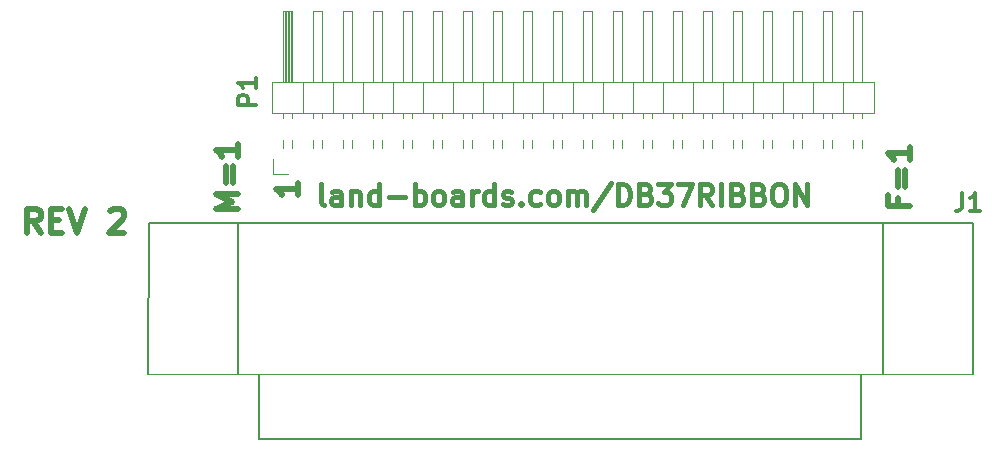
<source format=gbr>
%TF.GenerationSoftware,KiCad,Pcbnew,(6.0.1)*%
%TF.CreationDate,2022-06-22T13:41:02-04:00*%
%TF.ProjectId,DB37RIBBONADAPTER,44423337-5249-4424-924f-4e4144415054,X1*%
%TF.SameCoordinates,Original*%
%TF.FileFunction,Legend,Top*%
%TF.FilePolarity,Positive*%
%FSLAX46Y46*%
G04 Gerber Fmt 4.6, Leading zero omitted, Abs format (unit mm)*
G04 Created by KiCad (PCBNEW (6.0.1)) date 2022-06-22 13:41:02*
%MOMM*%
%LPD*%
G01*
G04 APERTURE LIST*
%ADD10C,0.476250*%
%ADD11C,0.444500*%
%ADD12C,0.508000*%
%ADD13C,0.304800*%
%ADD14C,0.100000*%
%ADD15C,0.150000*%
%ADD16C,0.120000*%
G04 APERTURE END LIST*
D10*
X25245785Y-14695714D02*
X25245785Y-15784285D01*
X25245785Y-15240000D02*
X23340785Y-15240000D01*
X23612928Y-15421428D01*
X23794357Y-15602857D01*
X23885071Y-15784285D01*
X20165785Y-16945428D02*
X18260785Y-16945428D01*
X19621500Y-16310428D01*
X18260785Y-15675428D01*
X20165785Y-15675428D01*
X19167928Y-14768285D02*
X19167928Y-13316857D01*
X19712214Y-13316857D02*
X19712214Y-14768285D01*
X20165785Y-11411857D02*
X20165785Y-12500428D01*
X20165785Y-11956142D02*
X18260785Y-11956142D01*
X18532928Y-12137571D01*
X18714357Y-12319000D01*
X18805071Y-12500428D01*
X76063928Y-16038285D02*
X76063928Y-16673285D01*
X77061785Y-16673285D02*
X75156785Y-16673285D01*
X75156785Y-15766142D01*
X76063928Y-15040428D02*
X76063928Y-13589000D01*
X76608214Y-13589000D02*
X76608214Y-15040428D01*
X77061785Y-11684000D02*
X77061785Y-12772571D01*
X77061785Y-12228285D02*
X75156785Y-12228285D01*
X75428928Y-12409714D01*
X75610357Y-12591142D01*
X75701071Y-12772571D01*
D11*
X27431999Y-16552333D02*
X27262666Y-16467666D01*
X27177999Y-16298333D01*
X27177999Y-14774333D01*
X28871333Y-16552333D02*
X28871333Y-15621000D01*
X28786666Y-15451666D01*
X28617333Y-15367000D01*
X28278666Y-15367000D01*
X28109333Y-15451666D01*
X28871333Y-16467666D02*
X28701999Y-16552333D01*
X28278666Y-16552333D01*
X28109333Y-16467666D01*
X28024666Y-16298333D01*
X28024666Y-16129000D01*
X28109333Y-15959666D01*
X28278666Y-15875000D01*
X28701999Y-15875000D01*
X28871333Y-15790333D01*
X29717999Y-15367000D02*
X29717999Y-16552333D01*
X29717999Y-15536333D02*
X29802666Y-15451666D01*
X29971999Y-15367000D01*
X30225999Y-15367000D01*
X30395333Y-15451666D01*
X30479999Y-15621000D01*
X30479999Y-16552333D01*
X32088666Y-16552333D02*
X32088666Y-14774333D01*
X32088666Y-16467666D02*
X31919333Y-16552333D01*
X31580666Y-16552333D01*
X31411333Y-16467666D01*
X31326666Y-16383000D01*
X31241999Y-16213666D01*
X31241999Y-15705666D01*
X31326666Y-15536333D01*
X31411333Y-15451666D01*
X31580666Y-15367000D01*
X31919333Y-15367000D01*
X32088666Y-15451666D01*
X32935333Y-15875000D02*
X34290000Y-15875000D01*
X35136666Y-16552333D02*
X35136666Y-14774333D01*
X35136666Y-15451666D02*
X35306000Y-15367000D01*
X35644666Y-15367000D01*
X35814000Y-15451666D01*
X35898666Y-15536333D01*
X35983333Y-15705666D01*
X35983333Y-16213666D01*
X35898666Y-16383000D01*
X35814000Y-16467666D01*
X35644666Y-16552333D01*
X35306000Y-16552333D01*
X35136666Y-16467666D01*
X36999333Y-16552333D02*
X36830000Y-16467666D01*
X36745333Y-16383000D01*
X36660666Y-16213666D01*
X36660666Y-15705666D01*
X36745333Y-15536333D01*
X36830000Y-15451666D01*
X36999333Y-15367000D01*
X37253333Y-15367000D01*
X37422666Y-15451666D01*
X37507333Y-15536333D01*
X37592000Y-15705666D01*
X37592000Y-16213666D01*
X37507333Y-16383000D01*
X37422666Y-16467666D01*
X37253333Y-16552333D01*
X36999333Y-16552333D01*
X39116000Y-16552333D02*
X39116000Y-15621000D01*
X39031333Y-15451666D01*
X38862000Y-15367000D01*
X38523333Y-15367000D01*
X38354000Y-15451666D01*
X39116000Y-16467666D02*
X38946666Y-16552333D01*
X38523333Y-16552333D01*
X38354000Y-16467666D01*
X38269333Y-16298333D01*
X38269333Y-16129000D01*
X38354000Y-15959666D01*
X38523333Y-15875000D01*
X38946666Y-15875000D01*
X39116000Y-15790333D01*
X39962666Y-16552333D02*
X39962666Y-15367000D01*
X39962666Y-15705666D02*
X40047333Y-15536333D01*
X40131999Y-15451666D01*
X40301333Y-15367000D01*
X40470666Y-15367000D01*
X41825333Y-16552333D02*
X41825333Y-14774333D01*
X41825333Y-16467666D02*
X41655999Y-16552333D01*
X41317333Y-16552333D01*
X41147999Y-16467666D01*
X41063333Y-16383000D01*
X40978666Y-16213666D01*
X40978666Y-15705666D01*
X41063333Y-15536333D01*
X41147999Y-15451666D01*
X41317333Y-15367000D01*
X41655999Y-15367000D01*
X41825333Y-15451666D01*
X42587333Y-16467666D02*
X42756666Y-16552333D01*
X43095333Y-16552333D01*
X43264666Y-16467666D01*
X43349333Y-16298333D01*
X43349333Y-16213666D01*
X43264666Y-16044333D01*
X43095333Y-15959666D01*
X42841333Y-15959666D01*
X42671999Y-15875000D01*
X42587333Y-15705666D01*
X42587333Y-15621000D01*
X42671999Y-15451666D01*
X42841333Y-15367000D01*
X43095333Y-15367000D01*
X43264666Y-15451666D01*
X44111333Y-16383000D02*
X44195999Y-16467666D01*
X44111333Y-16552333D01*
X44026666Y-16467666D01*
X44111333Y-16383000D01*
X44111333Y-16552333D01*
X45719999Y-16467666D02*
X45550666Y-16552333D01*
X45211999Y-16552333D01*
X45042666Y-16467666D01*
X44957999Y-16383000D01*
X44873333Y-16213666D01*
X44873333Y-15705666D01*
X44957999Y-15536333D01*
X45042666Y-15451666D01*
X45211999Y-15367000D01*
X45550666Y-15367000D01*
X45719999Y-15451666D01*
X46735999Y-16552333D02*
X46566666Y-16467666D01*
X46481999Y-16383000D01*
X46397333Y-16213666D01*
X46397333Y-15705666D01*
X46481999Y-15536333D01*
X46566666Y-15451666D01*
X46735999Y-15367000D01*
X46989999Y-15367000D01*
X47159333Y-15451666D01*
X47243999Y-15536333D01*
X47328666Y-15705666D01*
X47328666Y-16213666D01*
X47243999Y-16383000D01*
X47159333Y-16467666D01*
X46989999Y-16552333D01*
X46735999Y-16552333D01*
X48090666Y-16552333D02*
X48090666Y-15367000D01*
X48090666Y-15536333D02*
X48175333Y-15451666D01*
X48344666Y-15367000D01*
X48598666Y-15367000D01*
X48768000Y-15451666D01*
X48852666Y-15621000D01*
X48852666Y-16552333D01*
X48852666Y-15621000D02*
X48937333Y-15451666D01*
X49106666Y-15367000D01*
X49360666Y-15367000D01*
X49530000Y-15451666D01*
X49614666Y-15621000D01*
X49614666Y-16552333D01*
X51731333Y-14689666D02*
X50207333Y-16975666D01*
X52324000Y-16552333D02*
X52324000Y-14774333D01*
X52747333Y-14774333D01*
X53001333Y-14859000D01*
X53170666Y-15028333D01*
X53255333Y-15197666D01*
X53340000Y-15536333D01*
X53340000Y-15790333D01*
X53255333Y-16129000D01*
X53170666Y-16298333D01*
X53001333Y-16467666D01*
X52747333Y-16552333D01*
X52324000Y-16552333D01*
X54694666Y-15621000D02*
X54948666Y-15705666D01*
X55033333Y-15790333D01*
X55118000Y-15959666D01*
X55118000Y-16213666D01*
X55033333Y-16383000D01*
X54948666Y-16467666D01*
X54779333Y-16552333D01*
X54102000Y-16552333D01*
X54102000Y-14774333D01*
X54694666Y-14774333D01*
X54864000Y-14859000D01*
X54948666Y-14943666D01*
X55033333Y-15113000D01*
X55033333Y-15282333D01*
X54948666Y-15451666D01*
X54864000Y-15536333D01*
X54694666Y-15621000D01*
X54102000Y-15621000D01*
X55710666Y-14774333D02*
X56811333Y-14774333D01*
X56218666Y-15451666D01*
X56472666Y-15451666D01*
X56642000Y-15536333D01*
X56726666Y-15621000D01*
X56811333Y-15790333D01*
X56811333Y-16213666D01*
X56726666Y-16383000D01*
X56642000Y-16467666D01*
X56472666Y-16552333D01*
X55964666Y-16552333D01*
X55795333Y-16467666D01*
X55710666Y-16383000D01*
X57404000Y-14774333D02*
X58589333Y-14774333D01*
X57827333Y-16552333D01*
X60282666Y-16552333D02*
X59690000Y-15705666D01*
X59266666Y-16552333D02*
X59266666Y-14774333D01*
X59944000Y-14774333D01*
X60113333Y-14859000D01*
X60198000Y-14943666D01*
X60282666Y-15113000D01*
X60282666Y-15367000D01*
X60198000Y-15536333D01*
X60113333Y-15621000D01*
X59944000Y-15705666D01*
X59266666Y-15705666D01*
X61044666Y-16552333D02*
X61044666Y-14774333D01*
X62483999Y-15621000D02*
X62737999Y-15705666D01*
X62822666Y-15790333D01*
X62907333Y-15959666D01*
X62907333Y-16213666D01*
X62822666Y-16383000D01*
X62737999Y-16467666D01*
X62568666Y-16552333D01*
X61891333Y-16552333D01*
X61891333Y-14774333D01*
X62483999Y-14774333D01*
X62653333Y-14859000D01*
X62737999Y-14943666D01*
X62822666Y-15113000D01*
X62822666Y-15282333D01*
X62737999Y-15451666D01*
X62653333Y-15536333D01*
X62483999Y-15621000D01*
X61891333Y-15621000D01*
X64261999Y-15621000D02*
X64515999Y-15705666D01*
X64600666Y-15790333D01*
X64685333Y-15959666D01*
X64685333Y-16213666D01*
X64600666Y-16383000D01*
X64515999Y-16467666D01*
X64346666Y-16552333D01*
X63669333Y-16552333D01*
X63669333Y-14774333D01*
X64261999Y-14774333D01*
X64431333Y-14859000D01*
X64515999Y-14943666D01*
X64600666Y-15113000D01*
X64600666Y-15282333D01*
X64515999Y-15451666D01*
X64431333Y-15536333D01*
X64261999Y-15621000D01*
X63669333Y-15621000D01*
X65785999Y-14774333D02*
X66124666Y-14774333D01*
X66293999Y-14859000D01*
X66463333Y-15028333D01*
X66547999Y-15367000D01*
X66547999Y-15959666D01*
X66463333Y-16298333D01*
X66293999Y-16467666D01*
X66124666Y-16552333D01*
X65785999Y-16552333D01*
X65616666Y-16467666D01*
X65447333Y-16298333D01*
X65362666Y-15959666D01*
X65362666Y-15367000D01*
X65447333Y-15028333D01*
X65616666Y-14859000D01*
X65785999Y-14774333D01*
X67310000Y-16552333D02*
X67310000Y-14774333D01*
X68326000Y-16552333D01*
X68326000Y-14774333D01*
D12*
X3447142Y-18953238D02*
X2769809Y-17985619D01*
X2285999Y-18953238D02*
X2285999Y-16921238D01*
X3060095Y-16921238D01*
X3253619Y-17018000D01*
X3350380Y-17114761D01*
X3447142Y-17308285D01*
X3447142Y-17598571D01*
X3350380Y-17792095D01*
X3253619Y-17888857D01*
X3060095Y-17985619D01*
X2285999Y-17985619D01*
X4317999Y-17888857D02*
X4995333Y-17888857D01*
X5285619Y-18953238D02*
X4317999Y-18953238D01*
X4317999Y-16921238D01*
X5285619Y-16921238D01*
X5866190Y-16921238D02*
X6543523Y-18953238D01*
X7220857Y-16921238D01*
X9349619Y-17114761D02*
X9446380Y-17018000D01*
X9639904Y-16921238D01*
X10123714Y-16921238D01*
X10317238Y-17018000D01*
X10413999Y-17114761D01*
X10510761Y-17308285D01*
X10510761Y-17501809D01*
X10413999Y-17792095D01*
X9252857Y-18953238D01*
X10510761Y-18953238D01*
D13*
%TO.C,J1*%
X81492000Y-15539428D02*
X81492000Y-16628000D01*
X81419428Y-16845714D01*
X81274285Y-16990857D01*
X81056571Y-17063428D01*
X80911428Y-17063428D01*
X83016000Y-17063428D02*
X82145142Y-17063428D01*
X82580571Y-17063428D02*
X82580571Y-15539428D01*
X82435428Y-15757142D01*
X82290285Y-15902285D01*
X82145142Y-15974857D01*
%TO.C,P1*%
X21689428Y-8124857D02*
X20165428Y-8124857D01*
X20165428Y-7544285D01*
X20238000Y-7399142D01*
X20310571Y-7326571D01*
X20455714Y-7254000D01*
X20673428Y-7254000D01*
X20818571Y-7326571D01*
X20891142Y-7399142D01*
X20963714Y-7544285D01*
X20963714Y-8124857D01*
X21689428Y-5802571D02*
X21689428Y-6673428D01*
X21689428Y-6238000D02*
X20165428Y-6238000D01*
X20383142Y-6383142D01*
X20528285Y-6528285D01*
X20600857Y-6673428D01*
D14*
%TO.C,J1*%
X82390000Y-30932000D02*
X12540000Y-30932000D01*
D15*
X12590000Y-18132000D02*
X12540000Y-30932000D01*
X21890000Y-30932000D02*
X21890000Y-36432000D01*
X82390000Y-18132000D02*
X12590000Y-18132000D01*
X74790000Y-30932000D02*
X74790000Y-18132000D01*
X21890000Y-36432000D02*
X72890000Y-36432000D01*
X20190000Y-18132000D02*
X20190000Y-30932000D01*
X82390000Y-30932000D02*
X82390000Y-18132000D01*
X72890000Y-36432000D02*
X72890000Y-30932000D01*
D16*
%TO.C,P1*%
X28194000Y-8820000D02*
X28194000Y-6200000D01*
X41784000Y-200000D02*
X41784000Y-6200000D01*
X28194000Y-8820000D02*
X30734000Y-8820000D01*
X71374000Y-6200000D02*
X68834000Y-6200000D01*
X52704000Y-200000D02*
X51944000Y-200000D01*
X38354000Y-6200000D02*
X35814000Y-6200000D01*
X68834000Y-8820000D02*
X71374000Y-8820000D01*
X39244000Y-11790000D02*
X39244000Y-11070000D01*
X24364000Y-6200000D02*
X24364000Y-200000D01*
X53594000Y-6200000D02*
X53594000Y-8820000D01*
X55244000Y-9250000D02*
X55244000Y-8820000D01*
X45974000Y-8820000D02*
X45974000Y-6200000D01*
X65404000Y-9250000D02*
X65404000Y-8820000D01*
X51944000Y-11790000D02*
X51944000Y-11070000D01*
X64644000Y-200000D02*
X64644000Y-6200000D01*
X25654000Y-8820000D02*
X25654000Y-6200000D01*
X36704000Y-6200000D02*
X37464000Y-6200000D01*
X61214000Y-8820000D02*
X61214000Y-6200000D01*
X33274000Y-6200000D02*
X30734000Y-6200000D01*
X36704000Y-200000D02*
X36704000Y-6200000D01*
X51054000Y-8820000D02*
X51054000Y-6200000D01*
X52704000Y-11790000D02*
X52704000Y-11070000D01*
X59564000Y-11790000D02*
X59564000Y-11070000D01*
X44324000Y-9250000D02*
X44324000Y-8820000D01*
X41784000Y-6200000D02*
X42544000Y-6200000D01*
X67944000Y-9250000D02*
X67944000Y-8820000D01*
X46864000Y-6200000D02*
X47624000Y-6200000D01*
X51054000Y-6200000D02*
X48514000Y-6200000D01*
X30734000Y-8820000D02*
X33274000Y-8820000D01*
X28194000Y-6200000D02*
X28194000Y-8820000D01*
X58674000Y-6200000D02*
X56134000Y-6200000D01*
X33274000Y-6200000D02*
X33274000Y-8820000D01*
X35814000Y-6200000D02*
X35814000Y-8820000D01*
X62104000Y-200000D02*
X62104000Y-6200000D01*
X24384000Y-13970000D02*
X23114000Y-13970000D01*
X48514000Y-6200000D02*
X48514000Y-8820000D01*
X73974000Y-6200000D02*
X71374000Y-6200000D01*
X72264000Y-9250000D02*
X72264000Y-8820000D01*
X25654000Y-8820000D02*
X28194000Y-8820000D01*
X51944000Y-200000D02*
X51944000Y-6200000D01*
X29844000Y-6200000D02*
X29844000Y-200000D01*
X35814000Y-6200000D02*
X33274000Y-6200000D01*
X69724000Y-200000D02*
X69724000Y-6200000D01*
X49404000Y-11790000D02*
X49404000Y-11070000D01*
X62864000Y-11790000D02*
X62864000Y-11070000D01*
X64644000Y-11790000D02*
X64644000Y-11070000D01*
X63754000Y-6200000D02*
X63754000Y-8820000D01*
X53594000Y-8820000D02*
X56134000Y-8820000D01*
X72264000Y-200000D02*
X72264000Y-6200000D01*
X24004000Y-11790000D02*
X24004000Y-11070000D01*
X47624000Y-200000D02*
X46864000Y-200000D01*
X67184000Y-9250000D02*
X67184000Y-8820000D01*
X27304000Y-9250000D02*
X27304000Y-8820000D01*
X67944000Y-200000D02*
X67184000Y-200000D01*
X24764000Y-200000D02*
X24004000Y-200000D01*
X55244000Y-11790000D02*
X55244000Y-11070000D01*
X60324000Y-200000D02*
X59564000Y-200000D01*
X37464000Y-6200000D02*
X37464000Y-200000D01*
X53594000Y-6200000D02*
X51054000Y-6200000D01*
X65404000Y-200000D02*
X64644000Y-200000D01*
X57784000Y-6200000D02*
X57784000Y-200000D01*
X29084000Y-6200000D02*
X29844000Y-6200000D01*
X29844000Y-200000D02*
X29084000Y-200000D01*
X66294000Y-6200000D02*
X63754000Y-6200000D01*
X31624000Y-6200000D02*
X32384000Y-6200000D01*
X34164000Y-200000D02*
X34164000Y-6200000D01*
X73024000Y-6200000D02*
X73024000Y-200000D01*
X57024000Y-6200000D02*
X57784000Y-6200000D01*
X29084000Y-11790000D02*
X29084000Y-11070000D01*
X67184000Y-11790000D02*
X67184000Y-11070000D01*
X56134000Y-6200000D02*
X53594000Y-6200000D01*
X32384000Y-200000D02*
X31624000Y-200000D01*
X40004000Y-11790000D02*
X40004000Y-11070000D01*
X24484000Y-6200000D02*
X24484000Y-200000D01*
X42544000Y-200000D02*
X41784000Y-200000D01*
X40004000Y-9250000D02*
X40004000Y-8820000D01*
X73024000Y-9250000D02*
X73024000Y-8820000D01*
X47624000Y-6200000D02*
X47624000Y-200000D01*
X23114000Y-13970000D02*
X23114000Y-12700000D01*
X24124000Y-6200000D02*
X24124000Y-200000D01*
X69724000Y-6200000D02*
X70484000Y-6200000D01*
X49404000Y-9250000D02*
X49404000Y-8820000D01*
X72264000Y-11790000D02*
X72264000Y-11070000D01*
X60324000Y-6200000D02*
X60324000Y-200000D01*
X47624000Y-9250000D02*
X47624000Y-8820000D01*
X50164000Y-9250000D02*
X50164000Y-8820000D01*
X64644000Y-6200000D02*
X65404000Y-6200000D01*
X69724000Y-11790000D02*
X69724000Y-11070000D01*
X43434000Y-8820000D02*
X43434000Y-6200000D01*
X26544000Y-9250000D02*
X26544000Y-8820000D01*
X55244000Y-200000D02*
X54484000Y-200000D01*
X35814000Y-8820000D02*
X38354000Y-8820000D01*
X27304000Y-200000D02*
X26544000Y-200000D01*
X24764000Y-6200000D02*
X24764000Y-200000D01*
X56134000Y-6200000D02*
X56134000Y-8820000D01*
X29084000Y-9250000D02*
X29084000Y-8820000D01*
X57784000Y-9250000D02*
X57784000Y-8820000D01*
X72264000Y-6200000D02*
X73024000Y-6200000D01*
X45084000Y-6200000D02*
X45084000Y-200000D01*
X24764000Y-9250000D02*
X24764000Y-8820000D01*
X51054000Y-6200000D02*
X51054000Y-8820000D01*
X55244000Y-6200000D02*
X55244000Y-200000D01*
X58674000Y-6200000D02*
X58674000Y-8820000D01*
X38354000Y-8820000D02*
X40894000Y-8820000D01*
X30734000Y-6200000D02*
X28194000Y-6200000D01*
X46864000Y-200000D02*
X46864000Y-6200000D01*
X50164000Y-11790000D02*
X50164000Y-11070000D01*
X39244000Y-6200000D02*
X40004000Y-6200000D01*
X71374000Y-6200000D02*
X71374000Y-8820000D01*
X47624000Y-11790000D02*
X47624000Y-11070000D01*
X66294000Y-8820000D02*
X66294000Y-6200000D01*
X40004000Y-200000D02*
X39244000Y-200000D01*
X70484000Y-9250000D02*
X70484000Y-8820000D01*
X42544000Y-11790000D02*
X42544000Y-11070000D01*
X39244000Y-9250000D02*
X39244000Y-8820000D01*
X29084000Y-200000D02*
X29084000Y-6200000D01*
X44324000Y-200000D02*
X44324000Y-6200000D01*
X45084000Y-11790000D02*
X45084000Y-11070000D01*
X62864000Y-200000D02*
X62104000Y-200000D01*
X68834000Y-6200000D02*
X68834000Y-8820000D01*
X24764000Y-11790000D02*
X24764000Y-11070000D01*
X50164000Y-200000D02*
X49404000Y-200000D01*
X33274000Y-8820000D02*
X33274000Y-6200000D01*
X42544000Y-9250000D02*
X42544000Y-8820000D01*
X32384000Y-6200000D02*
X32384000Y-200000D01*
X62104000Y-9250000D02*
X62104000Y-8820000D01*
X24244000Y-6200000D02*
X24244000Y-200000D01*
X57024000Y-11790000D02*
X57024000Y-11070000D01*
X58674000Y-8820000D02*
X61214000Y-8820000D01*
X25654000Y-6200000D02*
X23054000Y-6200000D01*
X57024000Y-200000D02*
X57024000Y-6200000D01*
X60324000Y-11790000D02*
X60324000Y-11070000D01*
X71374000Y-8820000D02*
X73974000Y-8820000D01*
X63754000Y-8820000D02*
X63754000Y-6200000D01*
X37464000Y-9250000D02*
X37464000Y-8820000D01*
X56134000Y-8820000D02*
X56134000Y-6200000D01*
X24004000Y-9250000D02*
X24004000Y-8820000D01*
X49404000Y-200000D02*
X49404000Y-6200000D01*
X40894000Y-6200000D02*
X40894000Y-8820000D01*
X54484000Y-11790000D02*
X54484000Y-11070000D01*
X70484000Y-6200000D02*
X70484000Y-200000D01*
X41784000Y-11790000D02*
X41784000Y-11070000D01*
X67184000Y-200000D02*
X67184000Y-6200000D01*
X34924000Y-200000D02*
X34164000Y-200000D01*
X29844000Y-9250000D02*
X29844000Y-8820000D01*
X38354000Y-8820000D02*
X38354000Y-6200000D01*
X63754000Y-8820000D02*
X66294000Y-8820000D01*
X51944000Y-6200000D02*
X52704000Y-6200000D01*
X26544000Y-11790000D02*
X26544000Y-11070000D01*
X30734000Y-6200000D02*
X30734000Y-8820000D01*
X38354000Y-6200000D02*
X38354000Y-8820000D01*
X62104000Y-11790000D02*
X62104000Y-11070000D01*
X23054000Y-8820000D02*
X25654000Y-8820000D01*
X71374000Y-8820000D02*
X71374000Y-6200000D01*
X45974000Y-6200000D02*
X43434000Y-6200000D01*
X57024000Y-9250000D02*
X57024000Y-8820000D01*
X54484000Y-6200000D02*
X55244000Y-6200000D01*
X25654000Y-6200000D02*
X25654000Y-8820000D01*
X59564000Y-9250000D02*
X59564000Y-8820000D01*
X50164000Y-6200000D02*
X50164000Y-200000D01*
X27304000Y-6200000D02*
X27304000Y-200000D01*
X40894000Y-6200000D02*
X38354000Y-6200000D01*
X54484000Y-9250000D02*
X54484000Y-8820000D01*
X34164000Y-11790000D02*
X34164000Y-11070000D01*
X48514000Y-6200000D02*
X45974000Y-6200000D01*
X37464000Y-200000D02*
X36704000Y-200000D01*
X73974000Y-8820000D02*
X73974000Y-6200000D01*
X29844000Y-11790000D02*
X29844000Y-11070000D01*
X42544000Y-6200000D02*
X42544000Y-200000D01*
X70484000Y-200000D02*
X69724000Y-200000D01*
X62104000Y-6200000D02*
X62864000Y-6200000D01*
X57784000Y-11790000D02*
X57784000Y-11070000D01*
X62864000Y-6200000D02*
X62864000Y-200000D01*
X51944000Y-9250000D02*
X51944000Y-8820000D01*
X43434000Y-8820000D02*
X45974000Y-8820000D01*
X32384000Y-11790000D02*
X32384000Y-11070000D01*
X64644000Y-9250000D02*
X64644000Y-8820000D01*
X43434000Y-6200000D02*
X43434000Y-8820000D01*
X51054000Y-8820000D02*
X53594000Y-8820000D01*
X24004000Y-200000D02*
X24004000Y-6200000D01*
X45084000Y-200000D02*
X44324000Y-200000D01*
X26544000Y-200000D02*
X26544000Y-6200000D01*
X40894000Y-8820000D02*
X40894000Y-6200000D01*
X31624000Y-9250000D02*
X31624000Y-8820000D01*
X46864000Y-11790000D02*
X46864000Y-11070000D01*
X27304000Y-11790000D02*
X27304000Y-11070000D01*
X67944000Y-6200000D02*
X67944000Y-200000D01*
X67184000Y-6200000D02*
X67944000Y-6200000D01*
X24004000Y-6200000D02*
X24764000Y-6200000D01*
X26544000Y-6200000D02*
X27304000Y-6200000D01*
X59564000Y-200000D02*
X59564000Y-6200000D01*
X73024000Y-200000D02*
X72264000Y-200000D01*
X30734000Y-8820000D02*
X30734000Y-6200000D01*
X69724000Y-9250000D02*
X69724000Y-8820000D01*
X34924000Y-6200000D02*
X34924000Y-200000D01*
X37464000Y-11790000D02*
X37464000Y-11070000D01*
X33274000Y-8820000D02*
X35814000Y-8820000D01*
X43434000Y-6200000D02*
X40894000Y-6200000D01*
X59564000Y-6200000D02*
X60324000Y-6200000D01*
X49404000Y-6200000D02*
X50164000Y-6200000D01*
X61214000Y-6200000D02*
X58674000Y-6200000D01*
X35814000Y-8820000D02*
X35814000Y-6200000D01*
X34924000Y-9250000D02*
X34924000Y-8820000D01*
X68834000Y-6200000D02*
X66294000Y-6200000D01*
X54484000Y-200000D02*
X54484000Y-6200000D01*
X41784000Y-9250000D02*
X41784000Y-8820000D01*
X67944000Y-11790000D02*
X67944000Y-11070000D01*
X46864000Y-9250000D02*
X46864000Y-8820000D01*
X73024000Y-11790000D02*
X73024000Y-11070000D01*
X24604000Y-6200000D02*
X24604000Y-200000D01*
X48514000Y-8820000D02*
X48514000Y-6200000D01*
X53594000Y-8820000D02*
X53594000Y-6200000D01*
X66294000Y-8820000D02*
X68834000Y-8820000D01*
X56134000Y-8820000D02*
X58674000Y-8820000D01*
X65404000Y-11790000D02*
X65404000Y-11070000D01*
X34924000Y-11790000D02*
X34924000Y-11070000D01*
X40004000Y-6200000D02*
X40004000Y-200000D01*
X23054000Y-6200000D02*
X23054000Y-8820000D01*
X34164000Y-6200000D02*
X34924000Y-6200000D01*
X68834000Y-8820000D02*
X68834000Y-6200000D01*
X62864000Y-9250000D02*
X62864000Y-8820000D01*
X31624000Y-11790000D02*
X31624000Y-11070000D01*
X61214000Y-6200000D02*
X61214000Y-8820000D01*
X45084000Y-9250000D02*
X45084000Y-8820000D01*
X39244000Y-200000D02*
X39244000Y-6200000D01*
X36704000Y-11790000D02*
X36704000Y-11070000D01*
X31624000Y-200000D02*
X31624000Y-6200000D01*
X63754000Y-6200000D02*
X61214000Y-6200000D01*
X34164000Y-9250000D02*
X34164000Y-8820000D01*
X60324000Y-9250000D02*
X60324000Y-8820000D01*
X48514000Y-8820000D02*
X51054000Y-8820000D01*
X52704000Y-6200000D02*
X52704000Y-200000D01*
X44324000Y-11790000D02*
X44324000Y-11070000D01*
X61214000Y-8820000D02*
X63754000Y-8820000D01*
X45974000Y-8820000D02*
X48514000Y-8820000D01*
X32384000Y-9250000D02*
X32384000Y-8820000D01*
X66294000Y-6200000D02*
X66294000Y-8820000D01*
X40894000Y-8820000D02*
X43434000Y-8820000D01*
X70484000Y-11790000D02*
X70484000Y-11070000D01*
X28194000Y-6200000D02*
X25654000Y-6200000D01*
X58674000Y-8820000D02*
X58674000Y-6200000D01*
X45974000Y-6200000D02*
X45974000Y-8820000D01*
X24724000Y-6200000D02*
X24724000Y-200000D01*
X44324000Y-6200000D02*
X45084000Y-6200000D01*
X52704000Y-9250000D02*
X52704000Y-8820000D01*
X57784000Y-200000D02*
X57024000Y-200000D01*
X65404000Y-6200000D02*
X65404000Y-200000D01*
X36704000Y-9250000D02*
X36704000Y-8820000D01*
%TD*%
M02*

</source>
